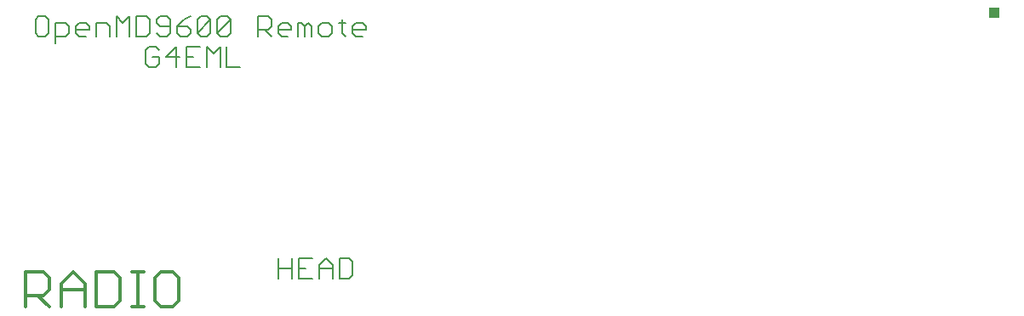
<source format=gto>
G75*
%MOIN*%
%OFA0B0*%
%FSLAX25Y25*%
%IPPOS*%
%LPD*%
%AMOC8*
5,1,8,0,0,1.08239X$1,22.5*
%
%ADD10C,0.01200*%
%ADD11C,0.00700*%
%ADD12R,0.03937X0.03937*%
D10*
X0009474Y0006600D02*
X0009474Y0020412D01*
X0016380Y0020412D01*
X0018682Y0018110D01*
X0018682Y0013506D01*
X0016380Y0011204D01*
X0009474Y0011204D01*
X0014078Y0011204D02*
X0018682Y0006600D01*
X0023286Y0006600D02*
X0023286Y0015808D01*
X0027890Y0020412D01*
X0032494Y0015808D01*
X0032494Y0006600D01*
X0037098Y0006600D02*
X0044004Y0006600D01*
X0046305Y0008902D01*
X0046305Y0018110D01*
X0044004Y0020412D01*
X0037098Y0020412D01*
X0037098Y0006600D01*
X0050909Y0006600D02*
X0055513Y0006600D01*
X0053211Y0006600D02*
X0053211Y0020412D01*
X0050909Y0020412D02*
X0055513Y0020412D01*
X0060117Y0018110D02*
X0060117Y0008902D01*
X0062419Y0006600D01*
X0067023Y0006600D01*
X0069325Y0008902D01*
X0069325Y0018110D01*
X0067023Y0020412D01*
X0062419Y0020412D01*
X0060117Y0018110D01*
X0032494Y0013506D02*
X0023286Y0013506D01*
D11*
X0108437Y0017767D02*
X0108437Y0025674D01*
X0113708Y0025674D02*
X0113708Y0017767D01*
X0116355Y0017767D02*
X0121627Y0017767D01*
X0124274Y0017767D02*
X0124274Y0023038D01*
X0126910Y0025674D01*
X0129545Y0023038D01*
X0129545Y0017767D01*
X0132193Y0017767D02*
X0136146Y0017767D01*
X0137464Y0019085D01*
X0137464Y0024356D01*
X0136146Y0025674D01*
X0132193Y0025674D01*
X0132193Y0017767D01*
X0129545Y0021721D02*
X0124274Y0021721D01*
X0118991Y0021721D02*
X0116355Y0021721D01*
X0113708Y0021721D02*
X0108437Y0021721D01*
X0116355Y0025674D02*
X0116355Y0017767D01*
X0116355Y0025674D02*
X0121627Y0025674D01*
X0093414Y0100838D02*
X0088143Y0100838D01*
X0088143Y0108745D01*
X0085496Y0108745D02*
X0085496Y0100838D01*
X0080224Y0100838D02*
X0080224Y0108745D01*
X0082860Y0106109D01*
X0085496Y0108745D01*
X0077577Y0108745D02*
X0072306Y0108745D01*
X0072306Y0100838D01*
X0077577Y0100838D01*
X0068340Y0100838D02*
X0068340Y0108745D01*
X0064387Y0104792D01*
X0069658Y0104792D01*
X0072306Y0104792D02*
X0074941Y0104792D01*
X0061739Y0104792D02*
X0061739Y0102156D01*
X0060421Y0100838D01*
X0057786Y0100838D01*
X0056468Y0102156D01*
X0056468Y0107427D01*
X0057786Y0108745D01*
X0060421Y0108745D01*
X0061739Y0107427D01*
X0061739Y0104792D02*
X0059104Y0104792D01*
X0056708Y0112649D02*
X0052755Y0112649D01*
X0052755Y0120556D01*
X0056708Y0120556D01*
X0058026Y0119238D01*
X0058026Y0113967D01*
X0056708Y0112649D01*
X0060674Y0113967D02*
X0061991Y0112649D01*
X0064627Y0112649D01*
X0065945Y0113967D01*
X0065945Y0119238D01*
X0064627Y0120556D01*
X0061991Y0120556D01*
X0060674Y0119238D01*
X0060674Y0117920D01*
X0061991Y0116603D01*
X0065945Y0116603D01*
X0068592Y0116603D02*
X0072546Y0116603D01*
X0073864Y0115285D01*
X0073864Y0113967D01*
X0072546Y0112649D01*
X0069910Y0112649D01*
X0068592Y0113967D01*
X0068592Y0116603D01*
X0071228Y0119238D01*
X0073864Y0120556D01*
X0076511Y0119238D02*
X0077829Y0120556D01*
X0080464Y0120556D01*
X0081782Y0119238D01*
X0076511Y0113967D01*
X0077829Y0112649D01*
X0080464Y0112649D01*
X0081782Y0113967D01*
X0081782Y0119238D01*
X0084430Y0119238D02*
X0085748Y0120556D01*
X0088383Y0120556D01*
X0089701Y0119238D01*
X0084430Y0113967D01*
X0085748Y0112649D01*
X0088383Y0112649D01*
X0089701Y0113967D01*
X0089701Y0119238D01*
X0084430Y0119238D02*
X0084430Y0113967D01*
X0076511Y0113967D02*
X0076511Y0119238D01*
X0100267Y0120556D02*
X0100267Y0112649D01*
X0102903Y0115285D02*
X0105539Y0112649D01*
X0108186Y0113967D02*
X0108186Y0116603D01*
X0109504Y0117920D01*
X0112140Y0117920D01*
X0113457Y0116603D01*
X0113457Y0115285D01*
X0108186Y0115285D01*
X0108186Y0113967D02*
X0109504Y0112649D01*
X0112140Y0112649D01*
X0116105Y0112649D02*
X0116105Y0117920D01*
X0117423Y0117920D01*
X0118741Y0116603D01*
X0120058Y0117920D01*
X0121376Y0116603D01*
X0121376Y0112649D01*
X0118741Y0112649D02*
X0118741Y0116603D01*
X0124024Y0116603D02*
X0125341Y0117920D01*
X0127977Y0117920D01*
X0129295Y0116603D01*
X0129295Y0113967D01*
X0127977Y0112649D01*
X0125341Y0112649D01*
X0124024Y0113967D01*
X0124024Y0116603D01*
X0131942Y0117920D02*
X0134578Y0117920D01*
X0133260Y0119238D02*
X0133260Y0113967D01*
X0134578Y0112649D01*
X0137222Y0113967D02*
X0137222Y0116603D01*
X0138539Y0117920D01*
X0141175Y0117920D01*
X0142493Y0116603D01*
X0142493Y0115285D01*
X0137222Y0115285D01*
X0137222Y0113967D02*
X0138539Y0112649D01*
X0141175Y0112649D01*
X0105539Y0116603D02*
X0104221Y0115285D01*
X0100267Y0115285D01*
X0105539Y0116603D02*
X0105539Y0119238D01*
X0104221Y0120556D01*
X0100267Y0120556D01*
X0050107Y0120556D02*
X0050107Y0112649D01*
X0044836Y0112649D02*
X0044836Y0120556D01*
X0047472Y0117920D01*
X0050107Y0120556D01*
X0042188Y0116603D02*
X0040871Y0117920D01*
X0036917Y0117920D01*
X0036917Y0112649D01*
X0032952Y0112649D02*
X0030316Y0112649D01*
X0028999Y0113967D01*
X0028999Y0116603D01*
X0030316Y0117920D01*
X0032952Y0117920D01*
X0034270Y0116603D01*
X0034270Y0115285D01*
X0028999Y0115285D01*
X0026351Y0116603D02*
X0026351Y0113967D01*
X0025033Y0112649D01*
X0021080Y0112649D01*
X0018432Y0113967D02*
X0018432Y0119238D01*
X0017114Y0120556D01*
X0014479Y0120556D01*
X0013161Y0119238D01*
X0013161Y0113967D01*
X0014479Y0112649D01*
X0017114Y0112649D01*
X0018432Y0113967D01*
X0025033Y0117920D02*
X0026351Y0116603D01*
X0025033Y0117920D02*
X0021080Y0117920D01*
X0021080Y0110014D01*
X0042188Y0112649D02*
X0042188Y0116603D01*
D12*
X0388795Y0122142D03*
M02*

</source>
